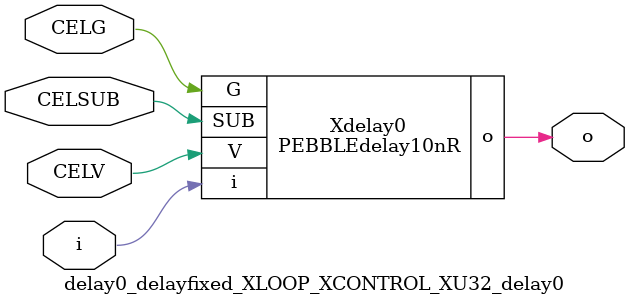
<source format=v>



module PEBBLEdelay10nR ( o, V, G, i, SUB );

  input V;
  input i;
  input G;
  output o;
  input SUB;
endmodule

//Celera Confidential Do Not Copy delay0_delayfixed_XLOOP_XCONTROL_XU32_delay0
//TYPE: fixed 10ns
module delay0_delayfixed_XLOOP_XCONTROL_XU32_delay0 (i, CELV, o,
CELG,CELSUB);
input CELV;
input i;
output o;
input CELSUB;
input CELG;

//Celera Confidential Do Not Copy delayfast0
PEBBLEdelay10nR Xdelay0(
.V (CELV),
.i (i),
.o (o),
.G (CELG),
.SUB (CELSUB)
);
//,diesize,PEBBLEdelay10nR

//Celera Confidential Do Not Copy Module End
//Celera Schematic Generator
endmodule

</source>
